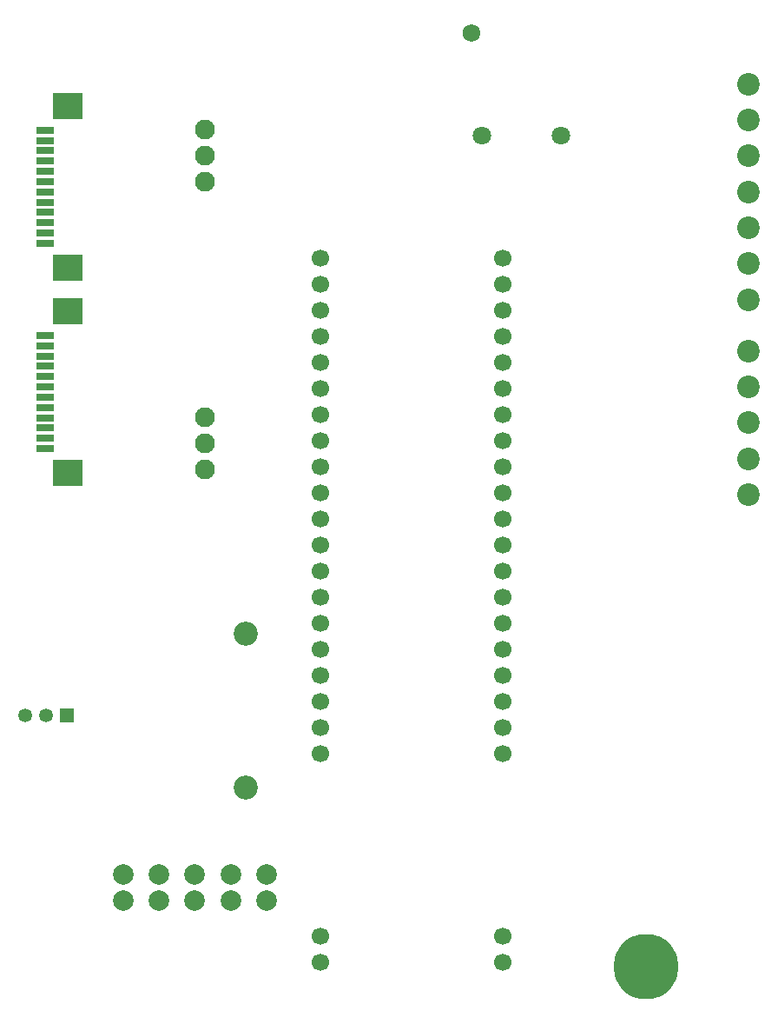
<source format=gbr>
%TF.GenerationSoftware,KiCad,Pcbnew,9.0.2*%
%TF.CreationDate,2025-06-12T16:19:25+03:00*%
%TF.ProjectId,PMCPU-LLP,504d4350-552d-44c4-9c50-2e6b69636164,rev?*%
%TF.SameCoordinates,Original*%
%TF.FileFunction,Soldermask,Bot*%
%TF.FilePolarity,Negative*%
%FSLAX46Y46*%
G04 Gerber Fmt 4.6, Leading zero omitted, Abs format (unit mm)*
G04 Created by KiCad (PCBNEW 9.0.2) date 2025-06-12 16:19:25*
%MOMM*%
%LPD*%
G01*
G04 APERTURE LIST*
%ADD10O,6.350000X6.350000*%
%ADD11C,1.800000*%
%ADD12C,1.950000*%
%ADD13R,1.350000X1.350000*%
%ADD14C,1.350000*%
%ADD15C,1.700000*%
%ADD16C,1.725000*%
%ADD17C,2.200000*%
%ADD18C,2.000000*%
%ADD19C,2.350000*%
%ADD20R,1.803400X0.635000*%
%ADD21R,2.997200X2.590800*%
G04 APERTURE END LIST*
D10*
%TO.C,PE1*%
X22000000Y-46000000D03*
%TD*%
D11*
%TO.C,J1*%
X13750000Y35000000D03*
X6000000Y35000000D03*
%TD*%
D12*
%TO.C,J5*%
X-21000000Y30460000D03*
X-21000000Y33000000D03*
X-21000000Y35540000D03*
%TD*%
D13*
%TO.C,J11*%
X-34500000Y-21500000D03*
D14*
X-36500000Y-21500000D03*
X-38500000Y-21500000D03*
%TD*%
D12*
%TO.C,J4*%
X-21000000Y2460000D03*
X-21000000Y5000000D03*
X-21000000Y7540000D03*
%TD*%
D15*
%TO.C,U3*%
X-9780000Y23080000D03*
X-9780000Y20540000D03*
X-9780000Y18000000D03*
X-9780000Y15460000D03*
X-9780000Y12920000D03*
X-9780000Y10380000D03*
X-9780000Y7840000D03*
X-9780000Y5300000D03*
X-9780000Y2760000D03*
X-9780000Y220000D03*
X-9780000Y-2320000D03*
X-9780000Y-4860000D03*
X-9780000Y-7400000D03*
X-9780000Y-9940000D03*
X-9780000Y-12480000D03*
X-9780000Y-15020000D03*
X-9780000Y-17560000D03*
X-9780000Y-20100000D03*
X-9780000Y-22640000D03*
X-9780000Y-25180000D03*
X8000000Y-25180000D03*
X8000000Y-22640000D03*
X8000000Y-20100000D03*
X8000000Y-17560000D03*
X8000000Y-15020000D03*
X8000000Y-12480000D03*
X8000000Y-9940000D03*
X8000000Y-7400000D03*
X8000000Y-4860000D03*
X8000000Y-2320000D03*
X8000000Y220000D03*
X8000000Y2760000D03*
X8000000Y5300000D03*
X8000000Y7840000D03*
X8000000Y10380000D03*
X8000000Y12920000D03*
X8000000Y15460000D03*
X8000000Y18000000D03*
X8000000Y20540000D03*
X8000000Y23080000D03*
X-9780000Y-42960000D03*
X8000000Y-42960000D03*
X-9780000Y-45500000D03*
X8000000Y-45500000D03*
%TD*%
D16*
%TO.C,U2*%
X5000000Y45000000D03*
%TD*%
D17*
%TO.C,J14*%
X32000000Y0D03*
X32000000Y3500000D03*
X32000000Y7000000D03*
X32000000Y10500000D03*
X32000000Y14000000D03*
%TD*%
%TO.C,J13*%
X32000000Y19000000D03*
X32000000Y22500000D03*
X32000000Y26000000D03*
X32000000Y29500000D03*
X32000000Y33000000D03*
X32000000Y36500000D03*
X32000000Y40000000D03*
%TD*%
D18*
%TO.C,J3*%
X-29000000Y-37000000D03*
X-25500000Y-37000000D03*
X-22000000Y-37000000D03*
X-18500000Y-37000000D03*
X-15000000Y-37000000D03*
X-29000000Y-39500000D03*
X-25500000Y-39500000D03*
X-22000000Y-39500000D03*
X-18500000Y-39500000D03*
X-15000000Y-39500000D03*
%TD*%
D19*
%TO.C,U1*%
X-17000000Y-28500000D03*
X-17000000Y-13500000D03*
%TD*%
D20*
%TO.C,J9*%
X-36556000Y35499992D03*
X-36556000Y34499994D03*
X-36556000Y33499996D03*
X-36556000Y32499998D03*
X-36556000Y31500000D03*
X-36556000Y30500000D03*
X-36556000Y29500000D03*
X-36556000Y28500000D03*
X-36556000Y27500002D03*
X-36556000Y26500004D03*
X-36556000Y25500006D03*
X-36556000Y24500008D03*
D21*
X-34385999Y37850003D03*
X-34385999Y22149997D03*
%TD*%
D20*
%TO.C,J8*%
X-36556000Y15499992D03*
X-36556000Y14499994D03*
X-36556000Y13499996D03*
X-36556000Y12499998D03*
X-36556000Y11500000D03*
X-36556000Y10500000D03*
X-36556000Y9500000D03*
X-36556000Y8500000D03*
X-36556000Y7500002D03*
X-36556000Y6500004D03*
X-36556000Y5500006D03*
X-36556000Y4500008D03*
D21*
X-34385999Y17850003D03*
X-34385999Y2149997D03*
%TD*%
M02*

</source>
